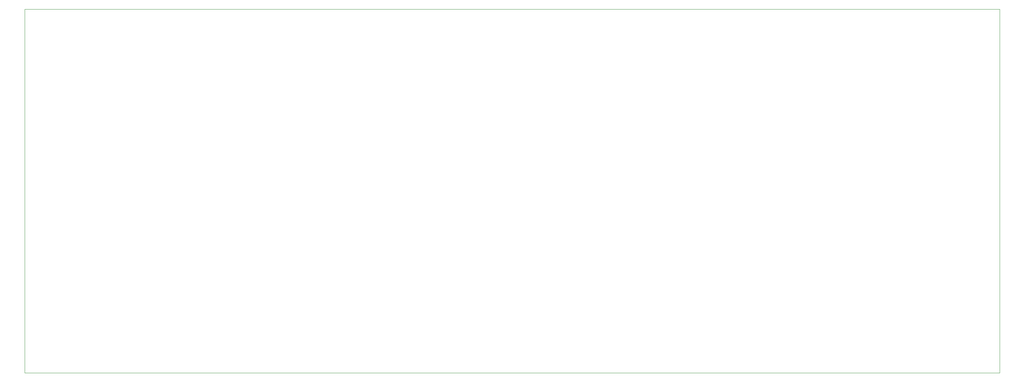
<source format=gbr>
%TF.GenerationSoftware,KiCad,Pcbnew,7.0.9*%
%TF.CreationDate,2023-12-12T16:47:06+00:00*%
%TF.ProjectId,v0c,7630632e-6b69-4636-9164-5f7063625858,rev?*%
%TF.SameCoordinates,Original*%
%TF.FileFunction,Profile,NP*%
%FSLAX46Y46*%
G04 Gerber Fmt 4.6, Leading zero omitted, Abs format (unit mm)*
G04 Created by KiCad (PCBNEW 7.0.9) date 2023-12-12 16:47:06*
%MOMM*%
%LPD*%
G01*
G04 APERTURE LIST*
%TA.AperFunction,Profile*%
%ADD10C,0.100000*%
%TD*%
G04 APERTURE END LIST*
D10*
X24856000Y-69700000D02*
X258856000Y-69700000D01*
X258856000Y-157000000D01*
X24856000Y-157000000D01*
X24856000Y-69700000D01*
M02*

</source>
